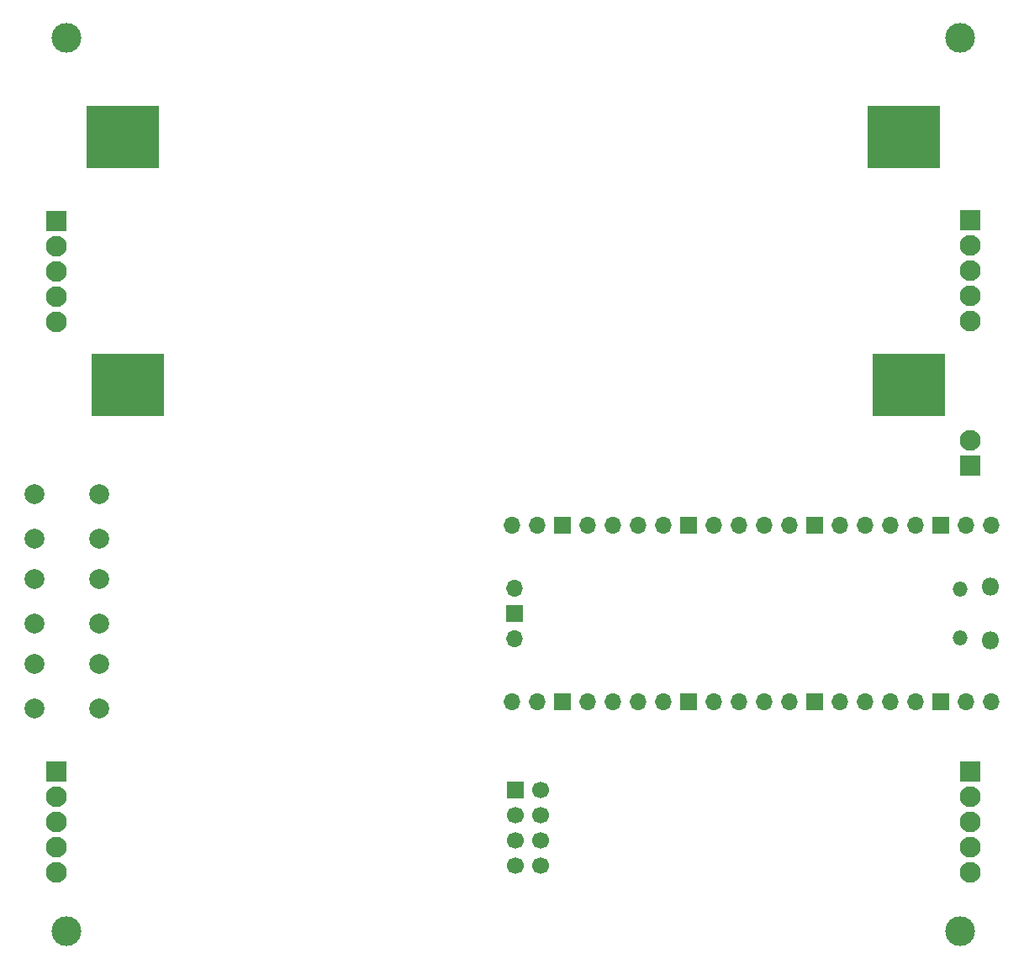
<source format=gbs>
%TF.GenerationSoftware,KiCad,Pcbnew,8.0.5*%
%TF.CreationDate,2025-02-14T12:54:28+01:00*%
%TF.ProjectId,main_board,6d61696e-5f62-46f6-9172-642e6b696361,rev?*%
%TF.SameCoordinates,Original*%
%TF.FileFunction,Soldermask,Bot*%
%TF.FilePolarity,Negative*%
%FSLAX46Y46*%
G04 Gerber Fmt 4.6, Leading zero omitted, Abs format (unit mm)*
G04 Created by KiCad (PCBNEW 8.0.5) date 2025-02-14 12:54:28*
%MOMM*%
%LPD*%
G01*
G04 APERTURE LIST*
%ADD10C,3.000000*%
%ADD11R,1.700000X1.700000*%
%ADD12C,1.700000*%
%ADD13R,2.100000X2.100000*%
%ADD14C,2.100000*%
%ADD15O,1.800000X1.800000*%
%ADD16O,1.500000X1.500000*%
%ADD17O,1.700000X1.700000*%
%ADD18C,2.000000*%
%ADD19R,7.340000X6.350000*%
G04 APERTURE END LIST*
D10*
%TO.C,H1*%
X105000000Y-55000000D03*
%TD*%
D11*
%TO.C,U3*%
X150210000Y-130750000D03*
D12*
X152750000Y-130750000D03*
X150210000Y-133290000D03*
X152750000Y-133290000D03*
X150210000Y-135830000D03*
X152750000Y-135830000D03*
X150210000Y-138370000D03*
X152750000Y-138370000D03*
%TD*%
D13*
%TO.C,SERVO_4*%
X196000000Y-128920000D03*
D14*
X196000000Y-131460000D03*
X196000000Y-134000000D03*
X196000000Y-136540000D03*
X196000000Y-139080000D03*
%TD*%
D13*
%TO.C,SERVO_2*%
X196000000Y-73380000D03*
D14*
X196000000Y-75920000D03*
X196000000Y-78460000D03*
X196000000Y-81000000D03*
X196000000Y-83540000D03*
%TD*%
D15*
%TO.C,U4*%
X198000000Y-110275000D03*
D16*
X194970000Y-110575000D03*
X194970000Y-115425000D03*
D15*
X198000000Y-115725000D03*
D17*
X198130000Y-104110000D03*
X195590000Y-104110000D03*
D11*
X193050000Y-104110000D03*
D17*
X190510000Y-104110000D03*
X187970000Y-104110000D03*
X185430000Y-104110000D03*
X182890000Y-104110000D03*
D11*
X180350000Y-104110000D03*
D17*
X177810000Y-104110000D03*
X175270000Y-104110000D03*
X172730000Y-104110000D03*
X170190000Y-104110000D03*
D11*
X167650000Y-104110000D03*
D17*
X165110000Y-104110000D03*
X162570000Y-104110000D03*
X160030000Y-104110000D03*
X157490000Y-104110000D03*
D11*
X154950000Y-104110000D03*
D17*
X152410000Y-104110000D03*
X149870000Y-104110000D03*
X149870000Y-121890000D03*
X152410000Y-121890000D03*
D11*
X154950000Y-121890000D03*
D17*
X157490000Y-121890000D03*
X160030000Y-121890000D03*
X162570000Y-121890000D03*
X165110000Y-121890000D03*
D11*
X167650000Y-121890000D03*
D17*
X170190000Y-121890000D03*
X172730000Y-121890000D03*
X175270000Y-121890000D03*
X177810000Y-121890000D03*
D11*
X180350000Y-121890000D03*
D17*
X182890000Y-121890000D03*
X185430000Y-121890000D03*
X187970000Y-121890000D03*
X190510000Y-121890000D03*
D11*
X193050000Y-121890000D03*
D17*
X195590000Y-121890000D03*
X198130000Y-121890000D03*
X150100000Y-110460000D03*
D11*
X150100000Y-113000000D03*
D17*
X150100000Y-115540000D03*
%TD*%
D10*
%TO.C,H4*%
X195000000Y-145000000D03*
%TD*%
%TO.C,H3*%
X105000000Y-145000000D03*
%TD*%
D18*
%TO.C,SW3*%
X101750000Y-118050000D03*
X108250000Y-118050000D03*
X101750000Y-122550000D03*
X108250000Y-122550000D03*
%TD*%
D13*
%TO.C,SERVO_3*%
X104000000Y-128920000D03*
D14*
X104000000Y-131460000D03*
X104000000Y-134000000D03*
X104000000Y-136540000D03*
X104000000Y-139080000D03*
%TD*%
D13*
%TO.C,RX_TX_1*%
X196000000Y-98140000D03*
D14*
X196000000Y-95600000D03*
%TD*%
D13*
%TO.C,SERVO_1*%
X104000000Y-73500000D03*
D14*
X104000000Y-76040000D03*
X104000000Y-78580000D03*
X104000000Y-81120000D03*
X104000000Y-83660000D03*
%TD*%
D18*
%TO.C,SW1*%
X101750000Y-109500000D03*
X108250000Y-109500000D03*
X101750000Y-114000000D03*
X108250000Y-114000000D03*
%TD*%
%TO.C,SW2*%
X101750000Y-101000000D03*
X108250000Y-101000000D03*
X101750000Y-105500000D03*
X108250000Y-105500000D03*
%TD*%
D10*
%TO.C,H2*%
X195000000Y-55000000D03*
%TD*%
D19*
%TO.C,BT2*%
X189330000Y-65000000D03*
X110670000Y-65000000D03*
%TD*%
%TO.C,BT1*%
X111170000Y-90000000D03*
X189830000Y-90000000D03*
%TD*%
M02*

</source>
